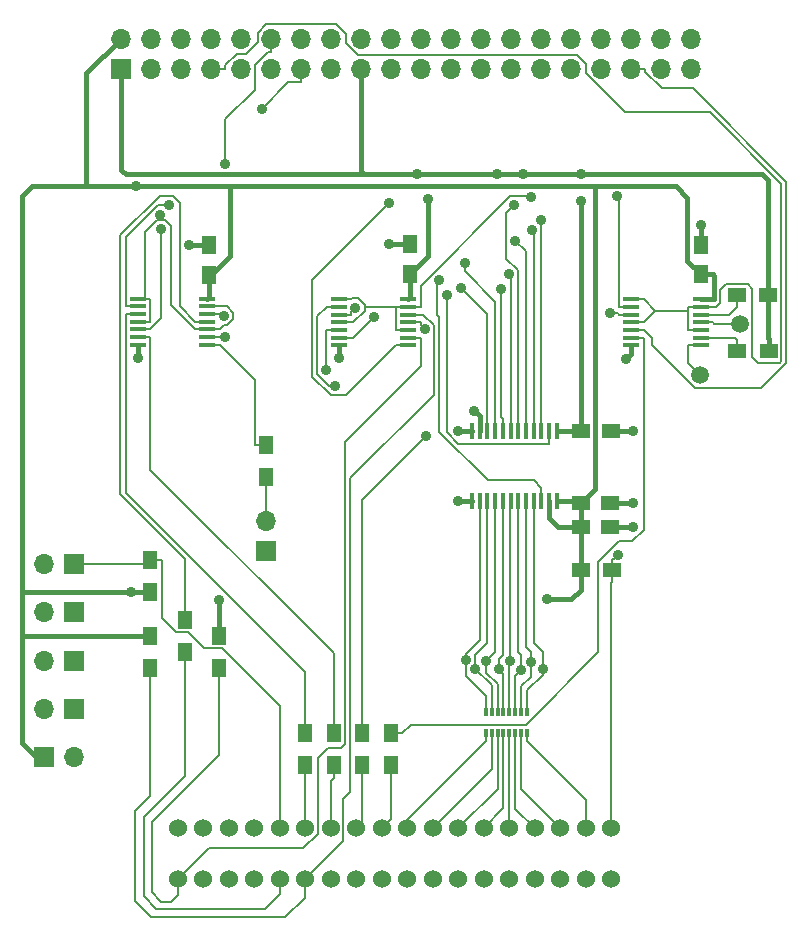
<source format=gtl>
G04 #@! TF.GenerationSoftware,KiCad,Pcbnew,(5.1.6)-1*
G04 #@! TF.CreationDate,2020-09-28T13:24:55+09:00*
G04 #@! TF.ProjectId,mt_rpiprtcap,6d745f72-7069-4707-9274-6361702e6b69,rev?*
G04 #@! TF.SameCoordinates,Original*
G04 #@! TF.FileFunction,Copper,L1,Top*
G04 #@! TF.FilePolarity,Positive*
%FSLAX46Y46*%
G04 Gerber Fmt 4.6, Leading zero omitted, Abs format (unit mm)*
G04 Created by KiCad (PCBNEW (5.1.6)-1) date 2020-09-28 13:24:55*
%MOMM*%
%LPD*%
G01*
G04 APERTURE LIST*
G04 #@! TA.AperFunction,ComponentPad*
%ADD10C,1.524000*%
G04 #@! TD*
G04 #@! TA.AperFunction,SMDPad,CuDef*
%ADD11R,0.450000X1.475000*%
G04 #@! TD*
G04 #@! TA.AperFunction,ComponentPad*
%ADD12O,1.700000X1.700000*%
G04 #@! TD*
G04 #@! TA.AperFunction,ComponentPad*
%ADD13R,1.700000X1.700000*%
G04 #@! TD*
G04 #@! TA.AperFunction,SMDPad,CuDef*
%ADD14R,1.500000X1.250000*%
G04 #@! TD*
G04 #@! TA.AperFunction,SMDPad,CuDef*
%ADD15R,1.250000X1.500000*%
G04 #@! TD*
G04 #@! TA.AperFunction,SMDPad,CuDef*
%ADD16R,1.475000X0.450000*%
G04 #@! TD*
G04 #@! TA.AperFunction,SMDPad,CuDef*
%ADD17R,1.500000X1.300000*%
G04 #@! TD*
G04 #@! TA.AperFunction,SMDPad,CuDef*
%ADD18R,1.300000X1.500000*%
G04 #@! TD*
G04 #@! TA.AperFunction,SMDPad,CuDef*
%ADD19R,0.300000X0.800000*%
G04 #@! TD*
G04 #@! TA.AperFunction,SMDPad,CuDef*
%ADD20C,1.500000*%
G04 #@! TD*
G04 #@! TA.AperFunction,ViaPad*
%ADD21C,0.889000*%
G04 #@! TD*
G04 #@! TA.AperFunction,Conductor*
%ADD22C,0.406400*%
G04 #@! TD*
G04 #@! TA.AperFunction,Conductor*
%ADD23C,0.203200*%
G04 #@! TD*
G04 APERTURE END LIST*
D10*
X220420000Y-114212000D03*
X218261000Y-114212000D03*
X216102000Y-114212000D03*
X213943000Y-114212000D03*
X211784000Y-114212000D03*
X209625000Y-114212000D03*
X207466000Y-114212000D03*
X205307000Y-114212000D03*
X203148000Y-114212000D03*
X200989000Y-114212000D03*
X198830000Y-114212000D03*
X196671000Y-114212000D03*
X194512000Y-114212000D03*
X192353000Y-114212000D03*
X190194000Y-114212000D03*
X188035000Y-114212000D03*
X185876000Y-114212000D03*
X183717000Y-114212000D03*
X220420000Y-118502000D03*
X218261000Y-118502000D03*
X216102000Y-118502000D03*
X213943000Y-118502000D03*
X211784000Y-118502000D03*
X209625000Y-118502000D03*
X207466000Y-118502000D03*
X205307000Y-118502000D03*
X203148000Y-118502000D03*
X200989000Y-118502000D03*
X198830000Y-118502000D03*
X196671000Y-118502000D03*
X194512000Y-118502000D03*
X192353000Y-118502000D03*
X190194000Y-118502000D03*
X188035000Y-118502000D03*
X185876000Y-118502000D03*
X183717000Y-118502000D03*
D11*
X215804000Y-80589900D03*
X215154000Y-80589900D03*
X214504000Y-80589900D03*
X213854000Y-80589900D03*
X213204000Y-80589900D03*
X212554000Y-80589900D03*
X211904000Y-80589900D03*
X211254000Y-80589900D03*
X210604000Y-80589900D03*
X209954000Y-80589900D03*
X209304000Y-80589900D03*
X208654000Y-80589900D03*
X208654000Y-86465900D03*
X209304000Y-86465900D03*
X209954000Y-86465900D03*
X210604000Y-86465900D03*
X211254000Y-86465900D03*
X211904000Y-86465900D03*
X212554000Y-86465900D03*
X213204000Y-86465900D03*
X213854000Y-86465900D03*
X214504000Y-86465900D03*
X215154000Y-86465900D03*
X215804000Y-86465900D03*
D12*
X227203000Y-47345600D03*
X227203000Y-49885600D03*
X224663000Y-47345600D03*
X224663000Y-49885600D03*
X222123000Y-47345600D03*
X222123000Y-49885600D03*
X219583000Y-47345600D03*
X219583000Y-49885600D03*
X217043000Y-47345600D03*
X217043000Y-49885600D03*
X214503000Y-47345600D03*
X214503000Y-49885600D03*
X211963000Y-47345600D03*
X211963000Y-49885600D03*
X209423000Y-47345600D03*
X209423000Y-49885600D03*
X206883000Y-47345600D03*
X206883000Y-49885600D03*
X204343000Y-47345600D03*
X204343000Y-49885600D03*
X201803000Y-47345600D03*
X201803000Y-49885600D03*
X199263000Y-47345600D03*
X199263000Y-49885600D03*
X196723000Y-47345600D03*
X196723000Y-49885600D03*
X194183000Y-47345600D03*
X194183000Y-49885600D03*
X191643000Y-47345600D03*
X191643000Y-49885600D03*
X189103000Y-47345600D03*
X189103000Y-49885600D03*
X186563000Y-47345600D03*
X186563000Y-49885600D03*
X184023000Y-47345600D03*
X184023000Y-49885600D03*
X181483000Y-47345600D03*
X181483000Y-49885600D03*
X178943000Y-47345600D03*
D13*
X178943000Y-49885600D03*
D14*
X220345000Y-86690200D03*
X217845000Y-86690200D03*
X217845000Y-88722200D03*
X220345000Y-88722200D03*
X217895000Y-80543400D03*
X220395000Y-80543400D03*
D15*
X203365000Y-64751900D03*
X203365000Y-67251900D03*
X228016000Y-67310000D03*
X228016000Y-64810000D03*
X186398000Y-64853500D03*
X186398000Y-67353500D03*
D16*
X197367000Y-69411300D03*
X197367000Y-70061300D03*
X197367000Y-70711300D03*
X197367000Y-71361300D03*
X197367000Y-72011300D03*
X197367000Y-72661300D03*
X197367000Y-73311300D03*
X203243000Y-73311300D03*
X203243000Y-72661300D03*
X203243000Y-72011300D03*
X203243000Y-71361300D03*
X203243000Y-70711300D03*
X203243000Y-70061300D03*
X203243000Y-69411300D03*
X228007000Y-69424000D03*
X228007000Y-70074000D03*
X228007000Y-70724000D03*
X228007000Y-71374000D03*
X228007000Y-72024000D03*
X228007000Y-72674000D03*
X228007000Y-73324000D03*
X222131000Y-73324000D03*
X222131000Y-72674000D03*
X222131000Y-72024000D03*
X222131000Y-71374000D03*
X222131000Y-70724000D03*
X222131000Y-70074000D03*
X222131000Y-69424000D03*
X180361000Y-69360500D03*
X180361000Y-70010500D03*
X180361000Y-70660500D03*
X180361000Y-71310500D03*
X180361000Y-71960500D03*
X180361000Y-72610500D03*
X180361000Y-73260500D03*
X186237000Y-73260500D03*
X186237000Y-72610500D03*
X186237000Y-71960500D03*
X186237000Y-71310500D03*
X186237000Y-70660500D03*
X186237000Y-70010500D03*
X186237000Y-69360500D03*
D12*
X191186000Y-88188800D03*
D13*
X191186000Y-90728800D03*
D12*
X174980000Y-108191000D03*
D13*
X172440000Y-108191000D03*
X174942000Y-104102000D03*
D12*
X172402000Y-104102000D03*
X172377000Y-100012000D03*
D13*
X174917000Y-100012000D03*
X174942000Y-95885000D03*
D12*
X172402000Y-95885000D03*
X172402000Y-91821000D03*
D13*
X174942000Y-91821000D03*
D17*
X231044000Y-69100700D03*
X233744000Y-69100700D03*
X233773000Y-73825100D03*
X231073000Y-73825100D03*
D18*
X201752000Y-106172000D03*
X201752000Y-108872000D03*
X199301000Y-108864000D03*
X199301000Y-106164000D03*
X196926000Y-106164000D03*
X196926000Y-108864000D03*
X194526000Y-108859000D03*
X194526000Y-106159000D03*
X191211000Y-84467700D03*
X191211000Y-81767700D03*
X184328000Y-96563200D03*
X184328000Y-99263200D03*
X181407000Y-97917000D03*
X181407000Y-100617000D03*
X187185000Y-100609400D03*
X187185000Y-97909400D03*
X181407000Y-94199700D03*
X181407000Y-91499700D03*
D17*
X220536000Y-92367100D03*
X217836000Y-92367100D03*
D19*
X213307000Y-104345000D03*
X213307000Y-106145000D03*
X209807000Y-104345000D03*
X209807000Y-106145000D03*
X212807000Y-104345000D03*
X212307000Y-104345000D03*
X211807000Y-104345000D03*
X211307000Y-104345000D03*
X210807000Y-104345000D03*
X210307000Y-104345000D03*
X212807000Y-106145000D03*
X212307000Y-106145000D03*
X211807000Y-106145000D03*
X210807000Y-106145000D03*
X211307000Y-106145000D03*
X210307000Y-106145000D03*
D20*
X231305000Y-71488300D03*
X227978000Y-75869800D03*
D21*
X228016000Y-63169600D03*
X221640000Y-74510900D03*
X208839000Y-78879700D03*
X207488000Y-86465900D03*
X207463000Y-80589900D03*
X222237000Y-80543400D03*
X222263000Y-88722200D03*
X222263000Y-86690200D03*
X180361000Y-74404700D03*
X197367000Y-74418100D03*
X184665000Y-64853500D03*
X201645000Y-64751900D03*
X187185000Y-94869000D03*
X179752000Y-94199700D03*
X214973000Y-94830900D03*
X180213000Y-59855100D03*
X217895000Y-58840600D03*
X217895000Y-61063100D03*
X212928000Y-58801200D03*
X210782000Y-58800900D03*
X204939900Y-60947300D03*
X204025500Y-58813700D03*
X206497300Y-69095100D03*
X214504000Y-62698100D03*
X213748200Y-63596300D03*
X212297600Y-64468500D03*
X212183600Y-61442500D03*
X211784700Y-67267900D03*
X211104900Y-68543300D03*
X208036900Y-66389400D03*
X207747900Y-68491700D03*
X208115000Y-99961700D03*
X208915000Y-100711000D03*
X209868000Y-100025000D03*
X210896000Y-100711000D03*
X211836000Y-100089000D03*
X212788000Y-100800000D03*
X213639000Y-100101000D03*
X214643000Y-100711000D03*
X205851400Y-67796700D03*
X213611600Y-60726400D03*
X221039900Y-91052300D03*
X197020900Y-76792700D03*
X198755500Y-70141100D03*
X196299600Y-75411800D03*
X200356500Y-70884000D03*
X201629100Y-61286300D03*
X204630100Y-71923000D03*
X182203900Y-62310700D03*
X220324400Y-70624000D03*
X204787500Y-80975200D03*
X220950400Y-60718700D03*
X187644400Y-70810700D03*
X187772300Y-57943900D03*
X182317000Y-63451900D03*
X190849600Y-53295900D03*
X182982300Y-61409500D03*
X187691500Y-72610500D03*
D22*
X228016000Y-64810000D02*
X228016000Y-63169600D01*
X222131000Y-73324000D02*
X222131000Y-74020300D01*
X222131000Y-74020300D02*
X221640000Y-74510900D01*
X209304000Y-80589900D02*
X209304000Y-80293700D01*
X209304000Y-80293700D02*
X209296000Y-80285300D01*
X209296000Y-80285300D02*
X209296000Y-79336900D01*
X209296000Y-79336900D02*
X208839000Y-78879700D01*
X208654000Y-86465900D02*
X207488000Y-86465900D01*
X208654000Y-80589900D02*
X207463000Y-80589900D01*
X220395000Y-80543400D02*
X222237000Y-80543400D01*
X220345000Y-88722200D02*
X222263000Y-88722200D01*
X220345000Y-86690200D02*
X222263000Y-86690200D01*
X180361000Y-73260500D02*
X180361000Y-74404700D01*
X197367000Y-73311300D02*
X197367000Y-74418100D01*
X186398000Y-64853500D02*
X184665000Y-64853500D01*
X203365000Y-64751900D02*
X201645000Y-64751900D01*
X176060000Y-59855100D02*
X180213000Y-59855100D01*
X170510000Y-94145100D02*
X170510000Y-60706000D01*
X170510000Y-60706000D02*
X171361000Y-59855100D01*
X171361000Y-59855100D02*
X176060000Y-59855100D01*
X170510000Y-97929700D02*
X170510000Y-94145100D01*
X214973000Y-94830900D02*
X217030000Y-94830900D01*
X217030000Y-94830900D02*
X217836000Y-94025700D01*
X217836000Y-94025700D02*
X217836000Y-92367100D01*
X187185000Y-97909400D02*
X187185000Y-94869000D01*
X181407000Y-94199700D02*
X179752000Y-94199700D01*
X179752000Y-94199700D02*
X170565000Y-94199700D01*
X170565000Y-94199700D02*
X170510000Y-94145100D01*
X187178000Y-97917000D02*
X187185000Y-97909400D01*
X172440000Y-108191000D02*
X171717000Y-108191000D01*
X171717000Y-108191000D02*
X170510000Y-106985000D01*
X170510000Y-106985000D02*
X170510000Y-97929700D01*
X181407000Y-97917000D02*
X170523000Y-97917000D01*
X170523000Y-97917000D02*
X170510000Y-97929700D01*
X178943000Y-47345600D02*
X175993000Y-50295800D01*
X175993000Y-50295800D02*
X175993000Y-59787800D01*
X175993000Y-59787800D02*
X176060000Y-59855100D01*
X180213000Y-59855100D02*
X188163200Y-59855100D01*
X219012000Y-59855100D02*
X225895000Y-59855100D01*
X225895000Y-59855100D02*
X226847000Y-60807600D01*
X226847000Y-60807600D02*
X226847000Y-66141400D01*
X226847000Y-66141400D02*
X228016000Y-67310000D01*
X217845000Y-86690200D02*
X219052000Y-85483800D01*
X219052000Y-85483800D02*
X219052000Y-59895400D01*
X219052000Y-59895400D02*
X219012000Y-59855100D01*
X217836000Y-92367100D02*
X217836000Y-88732100D01*
X217836000Y-88732100D02*
X217845000Y-88722200D01*
X186398000Y-67353500D02*
X186398000Y-69199700D01*
X186398000Y-69199700D02*
X186237000Y-69360500D01*
X215804000Y-86465900D02*
X217620000Y-86465900D01*
X217620000Y-86465900D02*
X217845000Y-86690200D01*
X228007000Y-69424000D02*
X229151000Y-69424000D01*
X229151000Y-69424000D02*
X229151000Y-67413500D01*
X229151000Y-67413500D02*
X229048000Y-67310000D01*
X229048000Y-67310000D02*
X228016000Y-67310000D01*
X217845000Y-86690200D02*
X217845000Y-88722200D01*
X217845000Y-88722200D02*
X215938000Y-88722200D01*
X215938000Y-88722200D02*
X215154000Y-87938800D01*
X215154000Y-87938800D02*
X215154000Y-86465900D01*
X186398000Y-67353500D02*
X186557600Y-67353500D01*
X186557600Y-67353500D02*
X188163200Y-65747900D01*
X188163200Y-65747900D02*
X188163200Y-59855100D01*
X188163200Y-59855100D02*
X219012000Y-59855100D01*
X210769200Y-58813700D02*
X210782000Y-58800900D01*
X210769200Y-58813700D02*
X212940500Y-58813700D01*
X204398400Y-58813700D02*
X210769200Y-58813700D01*
X217868100Y-58813700D02*
X217895000Y-58840600D01*
X217868100Y-58813700D02*
X233210000Y-58813700D01*
X233210000Y-58813700D02*
X233744000Y-59347600D01*
X233744000Y-59347600D02*
X233744000Y-69100700D01*
X212940500Y-58813700D02*
X217868100Y-58813700D01*
X204398400Y-58813700D02*
X204396000Y-58816100D01*
X212940500Y-58813700D02*
X212928000Y-58801200D01*
X199263000Y-49885600D02*
X199263000Y-58547000D01*
X199263000Y-58547000D02*
X199530000Y-58813700D01*
X217895000Y-80543400D02*
X217895000Y-61063100D01*
X178943000Y-49885600D02*
X178943000Y-58445400D01*
X178943000Y-58445400D02*
X179311000Y-58813700D01*
X179311000Y-58813700D02*
X199530000Y-58813700D01*
X233773000Y-73825100D02*
X233773000Y-72768400D01*
X233773000Y-72768400D02*
X233744000Y-72739400D01*
X233744000Y-72739400D02*
X233744000Y-69100700D01*
X217895000Y-80543400D02*
X215851000Y-80543400D01*
X215851000Y-80543400D02*
X215804000Y-80589900D01*
X203365000Y-67251900D02*
X203365000Y-69288600D01*
X203365000Y-69288600D02*
X203243000Y-69411300D01*
X203365000Y-67251900D02*
X203423200Y-67251900D01*
X203423200Y-67251900D02*
X204939900Y-65735200D01*
X204939900Y-65735200D02*
X204939900Y-60947300D01*
X199530000Y-58813700D02*
X204025500Y-58813700D01*
X204025500Y-58813700D02*
X204398400Y-58813700D01*
D23*
X215154000Y-81632500D02*
X207435900Y-81632500D01*
X207435900Y-81632500D02*
X206497300Y-80693900D01*
X206497300Y-80693900D02*
X206497300Y-69095100D01*
X215154000Y-80589900D02*
X215154000Y-81632500D01*
X214504000Y-80589900D02*
X214504000Y-62698100D01*
X213748200Y-63596300D02*
X213854000Y-63702100D01*
X213854000Y-63702100D02*
X213854000Y-80589900D01*
X212297600Y-64468500D02*
X213204000Y-65374900D01*
X213204000Y-65374900D02*
X213204000Y-80589900D01*
X212183600Y-61442500D02*
X211548000Y-62078100D01*
X211548000Y-62078100D02*
X211548000Y-65970900D01*
X211548000Y-65970900D02*
X212554000Y-66976900D01*
X212554000Y-66976900D02*
X212554000Y-80589900D01*
X211784700Y-67267900D02*
X211904000Y-67387200D01*
X211904000Y-67387200D02*
X211904000Y-80589900D01*
X211254000Y-79547300D02*
X211104900Y-79398200D01*
X211104900Y-79398200D02*
X211104900Y-68543300D01*
X211254000Y-80589900D02*
X211254000Y-79547300D01*
X210604000Y-80589900D02*
X210604000Y-69621700D01*
X210604000Y-69621700D02*
X208036900Y-67054600D01*
X208036900Y-67054600D02*
X208036900Y-66389400D01*
X209954000Y-80589900D02*
X209954000Y-70697800D01*
X209954000Y-70697800D02*
X207747900Y-68491700D01*
X209807000Y-104345000D02*
X209807000Y-102974000D01*
X209807000Y-102974000D02*
X208115000Y-101282000D01*
X208115000Y-101282000D02*
X208115000Y-99961700D01*
X208115000Y-99415600D02*
X208115000Y-99961700D01*
X209304000Y-86465900D02*
X209304000Y-98226848D01*
X209304000Y-98226848D02*
X209200924Y-98329924D01*
X209200924Y-98329924D02*
X208115000Y-99415600D01*
X210307000Y-104345000D02*
X210307000Y-102103000D01*
X210307000Y-102103000D02*
X208915000Y-100711000D01*
X209954000Y-86465900D02*
X209954000Y-98515900D01*
X209954000Y-98515900D02*
X208915000Y-99555300D01*
X208915000Y-99555300D02*
X208915000Y-100711000D01*
X210807000Y-104345000D02*
X210807000Y-102018000D01*
X210807000Y-102018000D02*
X209868000Y-101079000D01*
X209868000Y-101079000D02*
X209868000Y-100025000D01*
X210604000Y-86465900D02*
X210604000Y-99275600D01*
X210604000Y-99275600D02*
X209868000Y-100012000D01*
X209868000Y-100012000D02*
X209868000Y-100025000D01*
X211307000Y-104345000D02*
X211307000Y-101121000D01*
X211307000Y-101121000D02*
X210896000Y-100711000D01*
X211254000Y-86465900D02*
X211254000Y-99561300D01*
X211254000Y-99561300D02*
X210896000Y-99919500D01*
X210896000Y-99919500D02*
X210896000Y-100711000D01*
X211807000Y-104345000D02*
X211807000Y-100118000D01*
X211807000Y-100118000D02*
X211836000Y-100089000D01*
X211904000Y-86465900D02*
X211904000Y-86580800D01*
X211904000Y-86580800D02*
X211836000Y-86649200D01*
X211836000Y-86649200D02*
X211836000Y-100089000D01*
X212307000Y-104345000D02*
X212307000Y-101282000D01*
X212307000Y-101282000D02*
X212788000Y-100800000D01*
X212554000Y-86465900D02*
X212554000Y-87406600D01*
X212554000Y-87406600D02*
X212547000Y-87413800D01*
X212547000Y-87413800D02*
X212547000Y-99275900D01*
X212547000Y-99275900D02*
X212788000Y-99517200D01*
X212788000Y-99517200D02*
X212788000Y-100800000D01*
X212807000Y-104345000D02*
X212807000Y-102204000D01*
X212807000Y-102204000D02*
X213639000Y-101371000D01*
X213639000Y-101371000D02*
X213639000Y-100101000D01*
X213204000Y-86465900D02*
X213204000Y-98879000D01*
X213204000Y-98879000D02*
X213639000Y-99314000D01*
X213639000Y-99314000D02*
X213639000Y-100101000D01*
X213307000Y-104345000D02*
X213307000Y-102542000D01*
X213307000Y-102542000D02*
X214643000Y-101206000D01*
X214643000Y-101206000D02*
X214643000Y-100711000D01*
X213854000Y-86465900D02*
X213854000Y-98500300D01*
X213854000Y-98500300D02*
X214643000Y-99288600D01*
X214643000Y-99288600D02*
X214643000Y-100711000D01*
X205852400Y-80624200D02*
X205852400Y-70910300D01*
X205852400Y-70910300D02*
X205683900Y-70741800D01*
X205683900Y-70741800D02*
X205683900Y-67964200D01*
X205683900Y-67964200D02*
X205851400Y-67796700D01*
X213890300Y-84756700D02*
X209984900Y-84756700D01*
X214504000Y-85370400D02*
X213890300Y-84756700D01*
X214504000Y-86465900D02*
X214504000Y-85370400D01*
X209984900Y-84756700D02*
X205852400Y-80624200D01*
X199584900Y-70061300D02*
X199584900Y-69906000D01*
X199584900Y-69906000D02*
X199020100Y-69341200D01*
X199020100Y-69341200D02*
X198479700Y-69341200D01*
X198479700Y-69341200D02*
X198409600Y-69411300D01*
X197367000Y-71361300D02*
X198595500Y-71361300D01*
X198595500Y-71361300D02*
X199584900Y-70371900D01*
X199584900Y-70371900D02*
X199584900Y-70061300D01*
X202200400Y-70061300D02*
X199584900Y-70061300D01*
X197367000Y-69411300D02*
X198409600Y-69411300D01*
X202200400Y-70061300D02*
X202200400Y-72011300D01*
X203243000Y-72011300D02*
X202200400Y-72011300D01*
X203243000Y-70061300D02*
X202200400Y-70061300D01*
X203764300Y-70061300D02*
X203243000Y-70061300D01*
X204285600Y-70061300D02*
X204285600Y-68280400D01*
X204285600Y-68280400D02*
X211873100Y-60692900D01*
X211873100Y-60692900D02*
X213578100Y-60692900D01*
X213578100Y-60692900D02*
X213611600Y-60726400D01*
X203764300Y-70061300D02*
X204285600Y-70061300D01*
X196324400Y-70061300D02*
X195550000Y-70835700D01*
X195550000Y-70835700D02*
X195550000Y-75769000D01*
X195550000Y-75769000D02*
X196573700Y-76792700D01*
X196573700Y-76792700D02*
X197020900Y-76792700D01*
X220536000Y-91412000D02*
X220680200Y-91412000D01*
X220680200Y-91412000D02*
X221039900Y-91052300D01*
X197367000Y-70061300D02*
X196324400Y-70061300D01*
X220536000Y-92367100D02*
X220536000Y-91412000D01*
X220420000Y-114212000D02*
X220420000Y-93438200D01*
X220420000Y-93438200D02*
X220536000Y-93322200D01*
X220536000Y-92367100D02*
X220536000Y-93322200D01*
X198409600Y-70711300D02*
X198409600Y-70487000D01*
X198409600Y-70487000D02*
X198755500Y-70141100D01*
X197367000Y-70711300D02*
X198409600Y-70711300D01*
X197367000Y-72011300D02*
X196324400Y-72011300D01*
X196299600Y-75411800D02*
X196299600Y-72036100D01*
X196299600Y-72036100D02*
X196324400Y-72011300D01*
X181407000Y-91499700D02*
X182362100Y-91499700D01*
X182362100Y-91499700D02*
X182362100Y-96429500D01*
X182362100Y-96429500D02*
X183551000Y-97618400D01*
X183551000Y-97618400D02*
X184569000Y-97618400D01*
X184569000Y-97618400D02*
X185915200Y-98964600D01*
X185915200Y-98964600D02*
X187444900Y-98964600D01*
X187444900Y-98964600D02*
X192353000Y-103872700D01*
X192353000Y-103872700D02*
X192353000Y-114212000D01*
X174942000Y-91821000D02*
X181086000Y-91821000D01*
X181086000Y-91821000D02*
X181407000Y-91499700D01*
X197367000Y-72661300D02*
X198579200Y-72661300D01*
X198579200Y-72661300D02*
X200356500Y-70884000D01*
X203243000Y-73311300D02*
X202200400Y-73311300D01*
X202200400Y-73311300D02*
X197966500Y-77545200D01*
X197966500Y-77545200D02*
X196686800Y-77545200D01*
X196686800Y-77545200D02*
X195133000Y-75991400D01*
X195133000Y-75991400D02*
X195133000Y-67782400D01*
X195133000Y-67782400D02*
X201629100Y-61286300D01*
X203243000Y-72661300D02*
X204285600Y-72661300D01*
X183717000Y-118516600D02*
X186338500Y-115895100D01*
X186338500Y-115895100D02*
X194349800Y-115895100D01*
X194349800Y-115895100D02*
X195591500Y-114653400D01*
X195591500Y-114653400D02*
X195591500Y-108279500D01*
X195591500Y-108279500D02*
X196469000Y-107402000D01*
X196469000Y-107402000D02*
X197528200Y-107402000D01*
X197528200Y-107402000D02*
X197881100Y-107049100D01*
X197881100Y-107049100D02*
X197881100Y-81480600D01*
X197881100Y-81480600D02*
X204285600Y-75076100D01*
X204285600Y-75076100D02*
X204285600Y-72661300D01*
X183717000Y-118516600D02*
X183717000Y-119851000D01*
X183717000Y-119851000D02*
X183147000Y-120421000D01*
X183147000Y-120421000D02*
X182334000Y-120421000D01*
X182334000Y-120421000D02*
X181546000Y-119634000D01*
X181546000Y-119634000D02*
X181546000Y-113678000D01*
X181546000Y-113678000D02*
X187185000Y-108039000D01*
X187185000Y-108039000D02*
X187185000Y-100609400D01*
X183717000Y-118502000D02*
X183717000Y-118516600D01*
X187185000Y-100609400D02*
X187185000Y-100609000D01*
X204285600Y-71361300D02*
X204285600Y-71578500D01*
X204285600Y-71578500D02*
X204630100Y-71923000D01*
X203243000Y-71361300D02*
X204285600Y-71361300D01*
X203243000Y-70711300D02*
X204518900Y-70711300D01*
X204518900Y-70711300D02*
X205383900Y-71576300D01*
X205383900Y-71576300D02*
X205383900Y-77545900D01*
X205383900Y-77545900D02*
X198345800Y-84584000D01*
X198345800Y-84584000D02*
X198345800Y-111165900D01*
X198345800Y-111165900D02*
X197750500Y-111761200D01*
X197750500Y-111761200D02*
X197750500Y-115263500D01*
X197750500Y-115263500D02*
X194512000Y-118502000D01*
X194512000Y-118502000D02*
X194512000Y-120080000D01*
X194512000Y-120080000D02*
X192837000Y-121755000D01*
X192837000Y-121755000D02*
X181470000Y-121755000D01*
X181470000Y-121755000D02*
X180099000Y-120383000D01*
X180099000Y-120383000D02*
X180099000Y-112751000D01*
X180099000Y-112751000D02*
X181407000Y-111442000D01*
X181407000Y-111442000D02*
X181407000Y-100617000D01*
X187279600Y-71960500D02*
X187628400Y-71611700D01*
X187628400Y-71611700D02*
X187914900Y-71611700D01*
X187914900Y-71611700D02*
X188448900Y-71077700D01*
X188448900Y-71077700D02*
X188448900Y-70541600D01*
X188448900Y-70541600D02*
X187917800Y-70010500D01*
X187917800Y-70010500D02*
X186237000Y-70010500D01*
X182203900Y-62702300D02*
X182006500Y-62702300D01*
X182006500Y-62702300D02*
X180996700Y-63712100D01*
X180996700Y-63712100D02*
X180996700Y-69360500D01*
X185194400Y-71960500D02*
X183148200Y-69914300D01*
X183148200Y-69914300D02*
X183148200Y-63219700D01*
X183148200Y-63219700D02*
X182630800Y-62702300D01*
X182630800Y-62702300D02*
X182203900Y-62702300D01*
X182203900Y-62310700D02*
X182203900Y-62702300D01*
X186563000Y-49885600D02*
X187718100Y-49885600D01*
X228007000Y-70074000D02*
X229289900Y-70074000D01*
X229289900Y-70074000D02*
X229659400Y-69704500D01*
X229659400Y-69704500D02*
X229659400Y-68632600D01*
X229659400Y-68632600D02*
X230146500Y-68145500D01*
X230146500Y-68145500D02*
X231996100Y-68145500D01*
X231996100Y-68145500D02*
X232360200Y-68509600D01*
X232360200Y-68509600D02*
X232360200Y-74303500D01*
X232360200Y-74303500D02*
X232837000Y-74780300D01*
X232837000Y-74780300D02*
X234711500Y-74780300D01*
X234711500Y-74780300D02*
X234828200Y-74663600D01*
X234828200Y-74663600D02*
X234828200Y-59652200D01*
X234828200Y-59652200D02*
X228762300Y-53586300D01*
X228762300Y-53586300D02*
X221608600Y-53586300D01*
X221608600Y-53586300D02*
X218313000Y-50290700D01*
X218313000Y-50290700D02*
X218313000Y-49497300D01*
X218313000Y-49497300D02*
X217519700Y-48704000D01*
X217519700Y-48704000D02*
X198955000Y-48704000D01*
X198955000Y-48704000D02*
X197993000Y-47742000D01*
X197993000Y-47742000D02*
X197993000Y-46966100D01*
X197993000Y-46966100D02*
X197132800Y-46105900D01*
X197132800Y-46105900D02*
X191218200Y-46105900D01*
X191218200Y-46105900D02*
X190487800Y-46836300D01*
X190487800Y-46836300D02*
X190487800Y-47627200D01*
X190487800Y-47627200D02*
X189499400Y-48615600D01*
X189499400Y-48615600D02*
X188718800Y-48615600D01*
X188718800Y-48615600D02*
X187718100Y-49616300D01*
X187718100Y-49616300D02*
X187718100Y-49885600D01*
X227587400Y-70074000D02*
X228007000Y-70074000D01*
X186237000Y-71960500D02*
X187279600Y-71960500D01*
X227587400Y-70074000D02*
X226964400Y-70074000D01*
X226964400Y-70399000D02*
X226964400Y-70074000D01*
X226964400Y-72024000D02*
X226964400Y-70399000D01*
X224148600Y-70399000D02*
X226964400Y-70399000D01*
X228007000Y-72024000D02*
X226964400Y-72024000D01*
X223173600Y-71374000D02*
X224148600Y-70399000D01*
X224148600Y-70399000D02*
X223173600Y-69424000D01*
X222131000Y-69424000D02*
X223173600Y-69424000D01*
X222131000Y-71374000D02*
X223173600Y-71374000D01*
X186237000Y-71960500D02*
X185194400Y-71960500D01*
X180996700Y-69360500D02*
X181403600Y-69360500D01*
X180361000Y-69360500D02*
X180996700Y-69360500D01*
X181403600Y-71310500D02*
X181403600Y-69360500D01*
X180361000Y-71310500D02*
X181403600Y-71310500D01*
X231044000Y-69100700D02*
X231044000Y-70055800D01*
X231044000Y-70055800D02*
X230376000Y-70724000D01*
X230376000Y-70724000D02*
X228007000Y-70724000D01*
X231305000Y-71488300D02*
X229164000Y-71488300D01*
X229164000Y-71488300D02*
X229050000Y-71374000D01*
X229050000Y-71374000D02*
X228007000Y-71374000D01*
X231073000Y-73825100D02*
X231073000Y-72870000D01*
X231073000Y-72870000D02*
X230877000Y-72674000D01*
X230877000Y-72674000D02*
X228007000Y-72674000D01*
X227978000Y-75869800D02*
X226964000Y-74856200D01*
X226964000Y-74856200D02*
X226964000Y-73324000D01*
X226964000Y-73324000D02*
X228007000Y-73324000D01*
X199301000Y-106164000D02*
X199301000Y-86448500D01*
X199301000Y-86448500D02*
X200753600Y-84995900D01*
X222131000Y-70724000D02*
X221088400Y-70724000D01*
X220324400Y-70624000D02*
X220988400Y-70624000D01*
X220988400Y-70624000D02*
X221088400Y-70724000D01*
X200766800Y-84995900D02*
X204787500Y-80975200D01*
X200753600Y-84995900D02*
X200766800Y-84995900D01*
X221088400Y-70074000D02*
X221088400Y-60856700D01*
X221088400Y-60856700D02*
X220950400Y-60718700D01*
X222131000Y-70074000D02*
X221088400Y-70074000D01*
X222131000Y-72674000D02*
X223173600Y-72674000D01*
X201752000Y-106172000D02*
X202707100Y-106172000D01*
X202707100Y-106172000D02*
X203439300Y-105439800D01*
X203439300Y-105439800D02*
X213193700Y-105439800D01*
X213193700Y-105439800D02*
X219352800Y-99280700D01*
X219352800Y-99280700D02*
X219352800Y-91658800D01*
X219352800Y-91658800D02*
X221126700Y-89884900D01*
X221126700Y-89884900D02*
X222206200Y-89884900D01*
X222206200Y-89884900D02*
X223173600Y-88917500D01*
X223173600Y-88917500D02*
X223173600Y-72674000D01*
X223278100Y-49885600D02*
X223278100Y-50154900D01*
X223278100Y-50154900D02*
X224689500Y-51566300D01*
X224689500Y-51566300D02*
X227317600Y-51566300D01*
X227317600Y-51566300D02*
X235242100Y-59490800D01*
X235242100Y-59490800D02*
X235242100Y-74825000D01*
X235242100Y-74825000D02*
X233127800Y-76939300D01*
X233127800Y-76939300D02*
X227487600Y-76939300D01*
X227487600Y-76939300D02*
X223847600Y-73299300D01*
X223847600Y-73299300D02*
X223847600Y-72698000D01*
X223847600Y-72698000D02*
X223173600Y-72024000D01*
X222123000Y-49885600D02*
X223278100Y-49885600D01*
X222131000Y-72024000D02*
X223173600Y-72024000D01*
X186237000Y-70660500D02*
X187494200Y-70660500D01*
X187494200Y-70660500D02*
X187644400Y-70810700D01*
X185194400Y-71310500D02*
X183901600Y-70017700D01*
X183901600Y-70017700D02*
X183901600Y-61239800D01*
X183901600Y-61239800D02*
X183296600Y-60634800D01*
X183296600Y-60634800D02*
X182244500Y-60634800D01*
X182244500Y-60634800D02*
X178860700Y-64018600D01*
X178860700Y-64018600D02*
X178860700Y-85906900D01*
X178860700Y-85906900D02*
X184328000Y-91374200D01*
X184328000Y-91374200D02*
X184328000Y-96563200D01*
X186237000Y-71310500D02*
X185194400Y-71310500D01*
X180361000Y-71960500D02*
X181403600Y-71960500D01*
X191643000Y-48500700D02*
X191373700Y-48500700D01*
X191373700Y-48500700D02*
X190258200Y-49616200D01*
X190258200Y-49616200D02*
X190258200Y-51677600D01*
X190258200Y-51677600D02*
X187772300Y-54163500D01*
X187772300Y-54163500D02*
X187772300Y-57943900D01*
X191643000Y-47345600D02*
X191643000Y-48500700D01*
X181403600Y-71960500D02*
X182317000Y-71047100D01*
X182317000Y-71047100D02*
X182317000Y-63451900D01*
X196926000Y-106164000D02*
X196926000Y-99407600D01*
X196926000Y-99407600D02*
X181403600Y-83885200D01*
X181403600Y-83885200D02*
X181403600Y-72610500D01*
X180361000Y-72610500D02*
X181403600Y-72610500D01*
X180361000Y-70660500D02*
X179318400Y-70660500D01*
X194526000Y-106159000D02*
X194526000Y-100996900D01*
X194526000Y-100996900D02*
X179318400Y-85789300D01*
X179318400Y-85789300D02*
X179318400Y-70660500D01*
X182982300Y-61409500D02*
X182045000Y-61409500D01*
X182045000Y-61409500D02*
X179318400Y-64136100D01*
X179318400Y-64136100D02*
X179318400Y-70010500D01*
X190849600Y-53295900D02*
X193104800Y-51040700D01*
X193104800Y-51040700D02*
X194183000Y-51040700D01*
X180361000Y-70010500D02*
X179318400Y-70010500D01*
X194183000Y-49885600D02*
X194183000Y-51040700D01*
X186237000Y-73260500D02*
X187279600Y-73260500D01*
X191211000Y-81767700D02*
X190255900Y-81767700D01*
X190255900Y-81767700D02*
X190255900Y-76236800D01*
X190255900Y-76236800D02*
X187279600Y-73260500D01*
X186237000Y-72610500D02*
X187691500Y-72610500D01*
X191211000Y-84467700D02*
X191211000Y-85522800D01*
X191211000Y-85522800D02*
X191186000Y-85547800D01*
X191186000Y-85547800D02*
X191186000Y-88188800D01*
X213307000Y-106145000D02*
X213307000Y-106850100D01*
X213307000Y-106850100D02*
X218261000Y-111804100D01*
X218261000Y-111804100D02*
X218261000Y-114212000D01*
X212807000Y-106145000D02*
X212807000Y-110917000D01*
X212807000Y-110917000D02*
X216102000Y-114212000D01*
X212307000Y-106145000D02*
X212307000Y-112576000D01*
X212307000Y-112576000D02*
X213943000Y-114212000D01*
X211807000Y-106145000D02*
X211807000Y-114189000D01*
X211807000Y-114189000D02*
X211784000Y-114212000D01*
X211307000Y-106145000D02*
X211307000Y-112530000D01*
X211307000Y-112530000D02*
X209625000Y-114212000D01*
X210807000Y-106145000D02*
X210807000Y-110871000D01*
X210807000Y-110871000D02*
X207466000Y-114212000D01*
X210307000Y-106145000D02*
X210307000Y-109212000D01*
X210307000Y-109212000D02*
X205307000Y-114212000D01*
X209807000Y-106145000D02*
X209807000Y-106850100D01*
X209807000Y-106850100D02*
X203148000Y-113509100D01*
X203148000Y-113509100D02*
X203148000Y-114212000D01*
X201752000Y-108872000D02*
X201752000Y-113449000D01*
X201752000Y-113449000D02*
X200989000Y-114212000D01*
X199301000Y-108864000D02*
X199301000Y-113741000D01*
X199301000Y-113741000D02*
X198830000Y-114212000D01*
X196926000Y-108864000D02*
X196926000Y-109919100D01*
X196926000Y-109919100D02*
X196671000Y-110174100D01*
X196671000Y-110174100D02*
X196671000Y-114212000D01*
X194526000Y-108859000D02*
X194526000Y-109914100D01*
X194526000Y-109914100D02*
X194512000Y-109928100D01*
X194512000Y-109928100D02*
X194512000Y-114212000D01*
X192353000Y-118502000D02*
X192353000Y-119800000D01*
X192353000Y-119800000D02*
X191084000Y-121069000D01*
X191084000Y-121069000D02*
X181928000Y-121069000D01*
X181928000Y-121069000D02*
X180835000Y-119977000D01*
X180835000Y-119977000D02*
X180835000Y-113284000D01*
X180835000Y-113284000D02*
X184328000Y-109792000D01*
X184328000Y-109792000D02*
X184328000Y-99263200D01*
M02*

</source>
